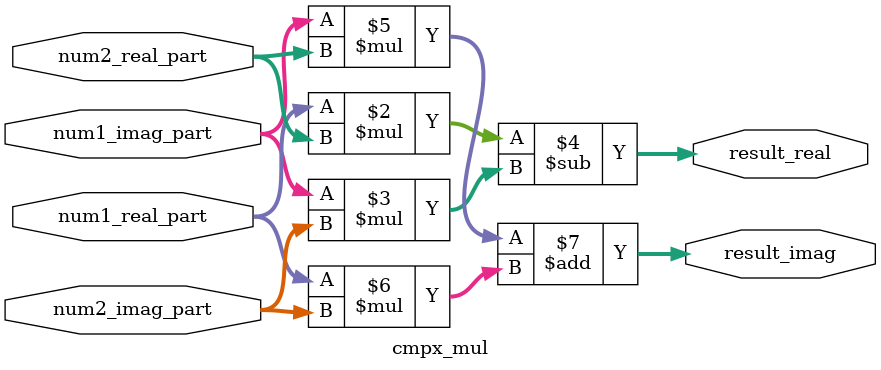
<source format=v>
module cmpx_mul #(parameter M = 8) (
	input	wire	signed	[M-1:0]		num1_real_part,
	input	wire	signed	[M-1:0]		num1_imag_part,   
	input	wire	signed	[M-1:0]		num2_real_part,
	input	wire	signed	[M-1:0]		num2_imag_part, 
	output	reg		signed	[2*M:0]		result_real,
	output	reg		signed 	[2*M:0]		result_imag      
);


// complex multiplication by constant complex number
always @(*) begin
	result_real = num1_real_part * num2_real_part - num1_imag_part * num2_imag_part;
	result_imag = num1_imag_part * num2_real_part + num1_real_part * num2_imag_part;
end

endmodule
</source>
